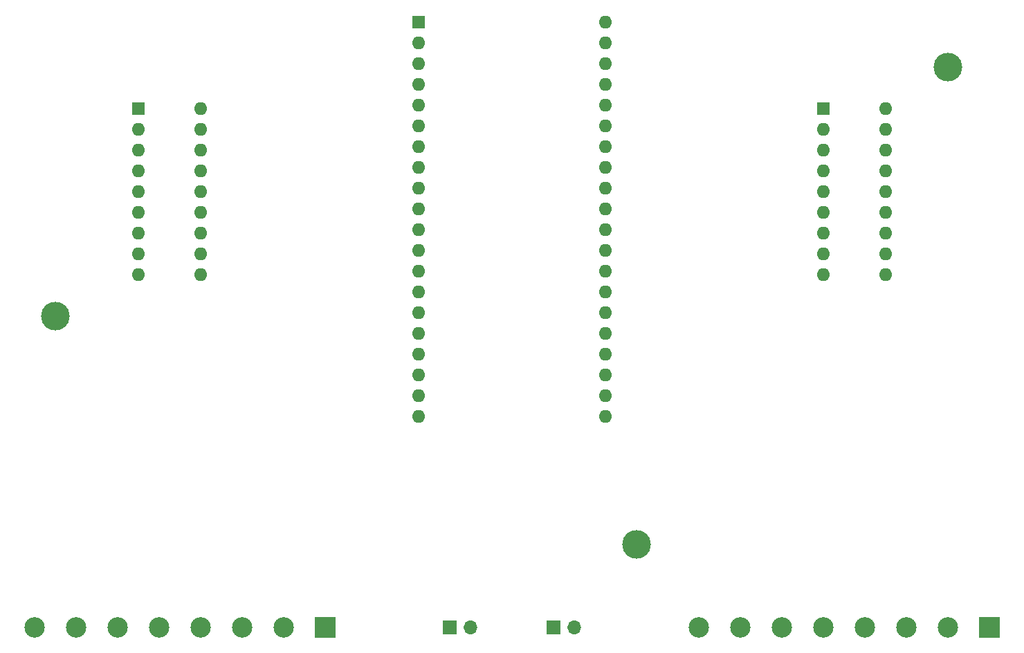
<source format=gbr>
%TF.GenerationSoftware,KiCad,Pcbnew,(6.0.1)*%
%TF.CreationDate,2022-07-03T17:59:52-04:00*%
%TF.ProjectId,tesy,74657379-2e6b-4696-9361-645f70636258,rev?*%
%TF.SameCoordinates,Original*%
%TF.FileFunction,Soldermask,Top*%
%TF.FilePolarity,Negative*%
%FSLAX46Y46*%
G04 Gerber Fmt 4.6, Leading zero omitted, Abs format (unit mm)*
G04 Created by KiCad (PCBNEW (6.0.1)) date 2022-07-03 17:59:52*
%MOMM*%
%LPD*%
G01*
G04 APERTURE LIST*
%ADD10C,3.500000*%
%ADD11R,1.600000X1.600000*%
%ADD12O,1.600000X1.600000*%
%ADD13R,2.500000X2.500000*%
%ADD14C,2.500000*%
%ADD15R,1.700000X1.700000*%
%ADD16O,1.700000X1.700000*%
G04 APERTURE END LIST*
D10*
%TO.C,REF1*%
X142240000Y-60960000D03*
%TD*%
D11*
%TO.C,U2*%
X127000000Y-66040000D03*
D12*
X127000000Y-68580000D03*
X127000000Y-71120000D03*
X127000000Y-73660000D03*
X127000000Y-76200000D03*
X127000000Y-78740000D03*
X127000000Y-81280000D03*
X127000000Y-83820000D03*
X127000000Y-86360000D03*
X134620000Y-86360000D03*
X134620000Y-83820000D03*
X134620000Y-81280000D03*
X134620000Y-78740000D03*
X134620000Y-76200000D03*
X134620000Y-73660000D03*
X134620000Y-71120000D03*
X134620000Y-68580000D03*
X134620000Y-66040000D03*
%TD*%
D11*
%TO.C,U3*%
X77470000Y-55483500D03*
D12*
X77470000Y-58023500D03*
X77470000Y-60563500D03*
X77470000Y-63103500D03*
X77470000Y-65643500D03*
X77470000Y-68183500D03*
X77470000Y-70723500D03*
X77470000Y-73263500D03*
X77470000Y-75803500D03*
X77470000Y-78343500D03*
X77470000Y-80883500D03*
X77470000Y-83423500D03*
X77470000Y-85963500D03*
X77470000Y-88503500D03*
X77470000Y-91043500D03*
X77470000Y-93583500D03*
X77470000Y-96123500D03*
X77470000Y-98663500D03*
X77470000Y-101203500D03*
X77470000Y-103743500D03*
X100330000Y-103743500D03*
X100330000Y-101203500D03*
X100330000Y-98663500D03*
X100330000Y-96123500D03*
X100330000Y-93583500D03*
X100330000Y-91043500D03*
X100330000Y-88503500D03*
X100330000Y-85963500D03*
X100330000Y-83423500D03*
X100330000Y-80883500D03*
X100330000Y-78343500D03*
X100330000Y-75803500D03*
X100330000Y-73263500D03*
X100330000Y-70723500D03*
X100330000Y-68183500D03*
X100330000Y-65643500D03*
X100330000Y-63103500D03*
X100330000Y-60563500D03*
X100330000Y-58023500D03*
X100330000Y-55483500D03*
%TD*%
D13*
%TO.C,J2*%
X147340000Y-129540000D03*
D14*
X142260000Y-129540000D03*
X137180000Y-129540000D03*
X132100000Y-129540000D03*
X127020000Y-129540000D03*
X121940000Y-129540000D03*
X116860000Y-129540000D03*
X111780000Y-129540000D03*
%TD*%
D10*
%TO.C,REF3*%
X104140000Y-119380000D03*
%TD*%
D13*
%TO.C,J1*%
X66060000Y-129540000D03*
D14*
X60980000Y-129540000D03*
X55900000Y-129540000D03*
X50820000Y-129540000D03*
X45740000Y-129540000D03*
X40660000Y-129540000D03*
X35580000Y-129540000D03*
X30500000Y-129540000D03*
%TD*%
D10*
%TO.C,REF2*%
X33020000Y-91440000D03*
%TD*%
D11*
%TO.C,U1*%
X43180000Y-66040000D03*
D12*
X43180000Y-68580000D03*
X43180000Y-71120000D03*
X43180000Y-73660000D03*
X43180000Y-76200000D03*
X43180000Y-78740000D03*
X43180000Y-81280000D03*
X43180000Y-83820000D03*
X43180000Y-86360000D03*
X50800000Y-86360000D03*
X50800000Y-83820000D03*
X50800000Y-81280000D03*
X50800000Y-78740000D03*
X50800000Y-76200000D03*
X50800000Y-73660000D03*
X50800000Y-71120000D03*
X50800000Y-68580000D03*
X50800000Y-66040000D03*
%TD*%
D15*
%TO.C,J3*%
X81280000Y-129540000D03*
D16*
X83820000Y-129540000D03*
%TD*%
D15*
%TO.C,J4*%
X93980000Y-129540000D03*
D16*
X96520000Y-129540000D03*
%TD*%
M02*

</source>
